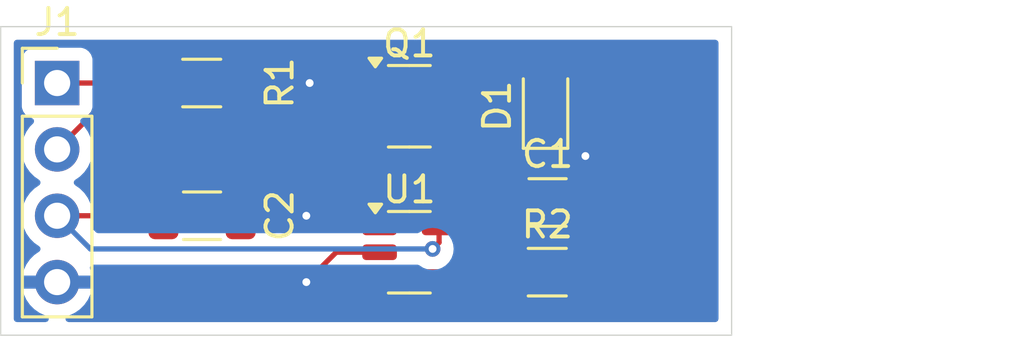
<source format=kicad_pcb>
(kicad_pcb (version 20240108) (generator "pcbnew") (generator_version "8.0")
  (layers (0 "F.Cu" signal) (31 "B.Cu" signal) (34 "B.Paste" user) (35 "F.Paste" user) (36 "B.SilkS" user "B.Silkscreen") (37 "F.SilkS" user "F.Silkscreen") (38 "B.Mask" user) (39 "F.Mask" user) (44 "Edge.Cuts" user))
  (net 0 "")
  (net 1 "GND")
  (net 2 "Net-(D1-K)")
  (net 3 "+3V3")
  (net 4 "V_{USB}")
  (net 5 "V_{BATT}")
  (net 6 "Net-(U1-EN)")
  (footprint "Capacitor_SMD:C_1206_3216Metric" (layer "F.Cu") (at 169.115 90.17)
    (property "Reference" "C1" (at 0 -1.85 0) (layer "F.SilkS"))
    (property "Value" "2.2u")
    (fp_line (start -0.711252 -0.91) (end 0.711252 -0.91) (stroke (width 0.12)) (layer "F.SilkS"))
    (fp_line (start -0.711252 0.91) (end 0.711252 0.91) (stroke (width 0.12)) (layer "F.SilkS"))
    (pad "1" smd roundrect (at -1.475 0) (size 1.15 1.8) (layers "F.Cu" "F.Paste" "F.Mask") (roundrect_rratio 0.217391) (net 2 "Net-(D1-K)"))
    (pad "2" smd roundrect (at 1.475 0) (size 1.15 1.8) (layers "F.Cu" "F.Paste" "F.Mask") (roundrect_rratio 0.217391) (net 1 "GND"))
  )
  (footprint "Resistor_SMD:R_1206_3216Metric" (layer "F.Cu") (at 155.8945 85.598)
    (property "Reference" "R1" (at 2.9825 0 90) (layer "F.SilkS"))
    (property "Value" "100k")
    (fp_line (start -0.727064 -0.91) (end 0.727064 -0.91) (stroke (width 0.12)) (layer "F.SilkS"))
    (fp_line (start -0.727064 0.91) (end 0.727064 0.91) (stroke (width 0.12)) (layer "F.SilkS"))
    (pad "1" smd roundrect (at -1.4625 0) (size 1.125 1.75) (layers "F.Cu" "F.Paste" "F.Mask") (roundrect_rratio 0.222222) (net 4 "V_{USB}"))
    (pad "2" smd roundrect (at 1.4625 0) (size 1.125 1.75) (layers "F.Cu" "F.Paste" "F.Mask") (roundrect_rratio 0.222222) (net 1 "GND"))
  )
  (footprint "Package_TO_SOT_SMD:TSOT-23-5" (layer "F.Cu") (at 163.83 92.075)
    (property "Reference" "U1" (at 0 -2.4 0) (layer "F.SilkS"))
    (property "Value" "RT9080-33GJ5")
    (fp_line (start 0 -1.56) (end -0.8 -1.56) (stroke (width 0.12)) (layer "F.SilkS"))
    (fp_line (start 0 -1.56) (end 0.8 -1.56) (stroke (width 0.12)) (layer "F.SilkS"))
    (fp_line (start 0 1.56) (end -0.8 1.56) (stroke (width 0.12)) (layer "F.SilkS"))
    (fp_line (start 0 1.56) (end 0.8 1.56) (stroke (width 0.12)) (layer "F.SilkS"))
    (fp_poly (pts (xy -1.3 -1.51) (xy -1.54 -1.84) (xy -1.06 -1.84) (xy -1.3 -1.51)) (stroke (width 0.12)) (fill solid) (layer "F.SilkS"))
    (pad "1" smd roundrect (at -1.1375 -0.95) (size 1.325 0.6) (layers "F.Cu" "F.Paste" "F.Mask") (net 2 "Net-(D1-K)"))
    (pad "2" smd roundrect (at -1.1375 0) (size 1.325 0.6) (layers "F.Cu" "F.Paste" "F.Mask") (net 1 "GND"))
    (pad "3" smd roundrect (at -1.1375 0.95) (size 1.325 0.6) (layers "F.Cu" "F.Paste" "F.Mask") (net 6 "Net-(U1-EN)"))
    (pad "4" smd roundrect (at 1.1375 0.95) (size 1.325 0.6) (layers "F.Cu" "F.Paste" "F.Mask"))
    (pad "5" smd roundrect (at 1.1375 -0.95) (size 1.325 0.6) (layers "F.Cu" "F.Paste" "F.Mask") (net 3 "+3V3"))
  )
  (footprint "Diode_SMD:D_SOD-323" (layer "F.Cu") (at 169.037 86.487 90)
    (property "Reference" "D1" (at 0 -1.850001 90) (layer "F.SilkS"))
    (property "Value" "Schottky")
    (fp_line (start -1.61 -0.85) (end 1.05 -0.85) (stroke (width 0.12)) (layer "F.SilkS"))
    (fp_line (start -1.61 -0.85) (end -1.61 0.85) (stroke (width 0.12)) (layer "F.SilkS"))
    (fp_line (start -1.61 0.85) (end 1.05 0.85) (stroke (width 0.12)) (layer "F.SilkS"))
    (pad "1" smd roundrect (at -1.05 0 90) (size 0.6 0.45) (layers "F.Cu" "F.Paste" "F.Mask") (net 2 "Net-(D1-K)"))
    (pad "2" smd roundrect (at 1.05 0 90) (size 0.6 0.45) (layers "F.Cu" "F.Paste" "F.Mask") (net 4 "V_{USB}"))
  )
  (footprint "Connector_PinHeader_2.54mm:PinHeader_1x04_P2.54mm_Vertical" (layer "F.Cu") (at 150.368 85.598)
    (property "Reference" "J1" (at 0 -2.33 0) (layer "F.SilkS"))
    (property "Value" "Conn_01x04")
    (fp_line (start -1.33 -1.33) (end 0 -1.33) (stroke (width 0.12)) (layer "F.SilkS"))
    (fp_line (start -1.33 0) (end -1.33 -1.33) (stroke (width 0.12)) (layer "F.SilkS"))
    (fp_line (start -1.33 1.27) (end -1.33 8.95) (stroke (width 0.12)) (layer "F.SilkS"))
    (fp_line (start -1.33 1.27) (end 1.33 1.27) (stroke (width 0.12)) (layer "F.SilkS"))
    (fp_line (start -1.33 8.95) (end 1.33 8.95) (stroke (width 0.12)) (layer "F.SilkS"))
    (fp_line (start 1.33 1.27) (end 1.33 8.95) (stroke (width 0.12)) (layer "F.SilkS"))
    (pad "1" thru_hole rect (at 0 0) (size 1.7 1.7) (drill 1) (layers "*.Cu" "*.Mask") (net 4 "V_{USB}"))
    (pad "2" thru_hole oval (at 0 2.54) (size 1.7 1.7) (drill 1) (layers "*.Cu" "*.Mask") (net 5 "V_{BATT}"))
    (pad "3" thru_hole oval (at 0 5.08) (size 1.7 1.7) (drill 1) (layers "*.Cu" "*.Mask") (net 3 "+3V3"))
    (pad "4" thru_hole oval (at 0 7.62) (size 1.7 1.7) (drill 1) (layers "*.Cu" "*.Mask") (net 1 "GND"))
  )
  (footprint "Resistor_SMD:R_1206_3216Metric" (layer "F.Cu") (at 169.1025 92.837)
    (property "Reference" "R2" (at 0 -1.82 0) (layer "F.SilkS"))
    (property "Value" "100k")
    (fp_line (start -0.727064 -0.91) (end 0.727064 -0.91) (stroke (width 0.12)) (layer "F.SilkS"))
    (fp_line (start -0.727064 0.91) (end 0.727064 0.91) (stroke (width 0.12)) (layer "F.SilkS"))
    (pad "1" smd roundrect (at -1.4625 0) (size 1.125 1.75) (layers "F.Cu" "F.Paste" "F.Mask") (roundrect_rratio 0.222222) (net 2 "Net-(D1-K)"))
    (pad "2" smd roundrect (at 1.4625 0) (size 1.125 1.75) (layers "F.Cu" "F.Paste" "F.Mask") (roundrect_rratio 0.222222) (net 6 "Net-(U1-EN)"))
  )
  (footprint "Capacitor_SMD:C_1206_3216Metric" (layer "F.Cu") (at 155.907 90.678)
    (property "Reference" "C2" (at 2.97 0 90) (layer "F.SilkS"))
    (property "Value" "2.2u")
    (fp_line (start -0.711252 -0.91) (end 0.711252 -0.91) (stroke (width 0.12)) (layer "F.SilkS"))
    (fp_line (start -0.711252 0.91) (end 0.711252 0.91) (stroke (width 0.12)) (layer "F.SilkS"))
    (pad "1" smd roundrect (at -1.475 0) (size 1.15 1.8) (layers "F.Cu" "F.Paste" "F.Mask") (roundrect_rratio 0.217391) (net 3 "+3V3"))
    (pad "2" smd roundrect (at 1.475 0) (size 1.15 1.8) (layers "F.Cu" "F.Paste" "F.Mask") (roundrect_rratio 0.217391) (net 1 "GND"))
  )
  (footprint "Package_TO_SOT_SMD:SOT-23-3" (layer "F.Cu") (at 163.83 86.487)
    (property "Reference" "Q1" (at 0 -2.4 0) (layer "F.SilkS"))
    (property "Value" "MOSFET")
    (fp_line (start 0 -1.56) (end -0.8 -1.56) (stroke (width 0.12)) (layer "F.SilkS"))
    (fp_line (start 0 -1.56) (end 0.8 -1.56) (stroke (width 0.12)) (layer "F.SilkS"))
    (fp_line (start 0 1.56) (end -0.8 1.56) (stroke (width 0.12)) (layer "F.SilkS"))
    (fp_line (start 0 1.56) (end 0.8 1.56) (stroke (width 0.12)) (layer "F.SilkS"))
    (fp_poly (pts (xy -1.3 -1.51) (xy -1.54 -1.84) (xy -1.06 -1.84) (xy -1.3 -1.51)) (stroke (width 0.12)) (fill solid) (layer "F.SilkS"))
    (pad "1" smd roundrect (at -1.1375 -0.95) (size 1.325 0.6) (layers "F.Cu" "F.Paste" "F.Mask") (net 4 "V_{USB}"))
    (pad "2" smd roundrect (at -1.1375 0.95) (size 1.325 0.6) (layers "F.Cu" "F.Paste" "F.Mask") (net 2 "Net-(D1-K)"))
    (pad "3" smd roundrect (at 1.1375 0) (size 1.325 0.6) (layers "F.Cu" "F.Paste" "F.Mask") (net 5 "V_{BATT}"))
  )
  (gr_rect (start 148.209 83.439) (end 176.149 95.25) (stroke (width 0.05)) (fill none) (layer "Edge.Cuts"))
  (segment (start 157.382 90.678) (end 159.893 90.678) (width 0.2) (layer "F.Cu") (net 1))
  (segment (start 161.036 92.075) (end 159.893 93.218) (width 0.2) (layer "F.Cu") (net 1))
  (segment (start 157.357 85.598) (end 160.02 85.598) (width 0.2) (layer "F.Cu") (net 1))
  (segment (start 170.59 88.421) (end 170.561 88.392) (width 0.2) (layer "F.Cu") (net 1))
  (segment (start 162.6925 92.075) (end 161.036 92.075) (width 0.2) (layer "F.Cu") (net 1))
  (segment (start 170.59 90.17) (end 170.59 88.421) (width 0.2) (layer "F.Cu") (net 1))
  (via (at 159.893 93.218) (size 0.6) (drill 0.3) (layers "F.Cu" "B.Cu") (net 1))
  (via (at 160.02 85.598) (size 0.6) (drill 0.3) (layers "F.Cu" "B.Cu") (net 1))
  (via (at 170.561 88.392) (size 0.6) (drill 0.3) (layers "F.Cu" "B.Cu") (net 1))
  (via (at 159.893 90.678) (size 0.6) (drill 0.3) (layers "F.Cu" "B.Cu") (net 1))
  (segment (start 162.6925 91.125) (end 162.6925 87.437) (width 0.2) (layer "F.Cu") (net 2))
  (segment (start 167.64 92.837) (end 167.64 90.17) (width 0.2) (layer "F.Cu") (net 2))
  (segment (start 162.6925 91.125) (end 163.6475 90.17) (width 0.2) (layer "F.Cu") (net 2))
  (segment (start 167.64 90.17) (end 167.64 88.934) (width 0.2) (layer "F.Cu") (net 2))
  (segment (start 163.6475 90.17) (end 167.64 90.17) (width 0.2) (layer "F.Cu") (net 2))
  (segment (start 167.64 88.934) (end 169.037 87.537) (width 0.2) (layer "F.Cu") (net 2))
  (segment (start 164.9675 91.6995) (end 164.719 91.948) (width 0.2) (layer "F.Cu") (net 3))
  (segment (start 164.9675 91.125) (end 164.9675 91.6995) (width 0.2) (layer "F.Cu") (net 3))
  (segment (start 150.368 90.678) (end 154.432 90.678) (width 0.2) (layer "F.Cu") (net 3))
  (via (at 164.719 91.948) (size 0.6) (drill 0.3) (layers "F.Cu" "B.Cu") (net 3))
  (segment (start 151.638 91.948) (end 150.368 90.678) (width 0.2) (layer "B.Cu") (net 3))
  (segment (start 164.719 91.948) (end 151.638 91.948) (width 0.2) (layer "B.Cu") (net 3))
  (segment (start 162.6925 85.537) (end 168.937 85.537) (width 0.2) (layer "F.Cu") (net 4))
  (segment (start 150.368 85.598) (end 154.432 85.598) (width 0.2) (layer "F.Cu") (net 4))
  (segment (start 168.937 85.537) (end 169.037 85.437) (width 0.2) (layer "F.Cu") (net 4))
  (segment (start 152.94 86.773) (end 164.6815 86.773) (width 0.2) (layer "F.Cu") (net 5))
  (segment (start 150.368 88.138) (end 151.765 86.741) (width 0.2) (layer "F.Cu") (net 5))
  (segment (start 151.765 86.741) (end 152.908 86.741) (width 0.2) (layer "F.Cu") (net 5))
  (segment (start 164.6815 86.773) (end 164.9675 86.487) (width 0.2) (layer "F.Cu") (net 5))
  (segment (start 152.908 86.741) (end 152.94 86.773) (width 0.2) (layer "F.Cu") (net 5))
  (segment (start 162.6925 93.025) (end 163.6795 94.012) (width 0.2) (layer "F.Cu") (net 6))
  (segment (start 169.39 94.012) (end 170.565 92.837) (width 0.2) (layer "F.Cu") (net 6))
  (segment (start 163.6795 94.012) (end 169.39 94.012) (width 0.2) (layer "F.Cu") (net 6))
  (zone (net 1) (net_name "GND") (layer "B.Cu") (connect_pads (clearance 0.5)) (min_thickness 0.25) (fill yes (thermal_gap 0.5) (thermal_bridge_width 0.5))
    (polygon (pts (xy 148.209 83.439) (xy 176.149 83.439) (xy 176.149 95.25) (xy 148.209 95.25)))
  )
)
</source>
